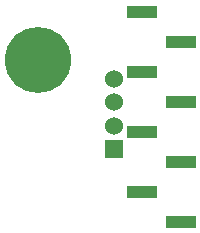
<source format=gbs>
G04 #@! TF.GenerationSoftware,KiCad,Pcbnew,8.0.4-8.0.4-0~ubuntu24.04.1*
G04 #@! TF.CreationDate,2024-09-02T11:32:14+02:00*
G04 #@! TF.ProjectId,avos_mini_tapper_coils,61766f73-5f6d-4696-9e69-5f7461707065,rev?*
G04 #@! TF.SameCoordinates,Original*
G04 #@! TF.FileFunction,Soldermask,Bot*
G04 #@! TF.FilePolarity,Negative*
%FSLAX46Y46*%
G04 Gerber Fmt 4.6, Leading zero omitted, Abs format (unit mm)*
G04 Created by KiCad (PCBNEW 8.0.4-8.0.4-0~ubuntu24.04.1) date 2024-09-02 11:32:14*
%MOMM*%
%LPD*%
G01*
G04 APERTURE LIST*
%ADD10C,5.600000*%
%ADD11R,1.524000X1.524000*%
%ADD12C,1.524000*%
%ADD13R,2.510000X1.000000*%
G04 APERTURE END LIST*
D10*
X110880000Y-98690000D03*
D11*
X117355000Y-106290000D03*
D12*
X117355000Y-104290000D03*
X117355000Y-102290000D03*
X117355000Y-100290000D03*
D13*
X119660000Y-94620000D03*
X122970000Y-97160000D03*
X119660000Y-99700000D03*
X122970000Y-102240000D03*
X119660000Y-104780000D03*
X122970000Y-107320000D03*
X119660000Y-109860000D03*
X122970000Y-112400000D03*
M02*

</source>
